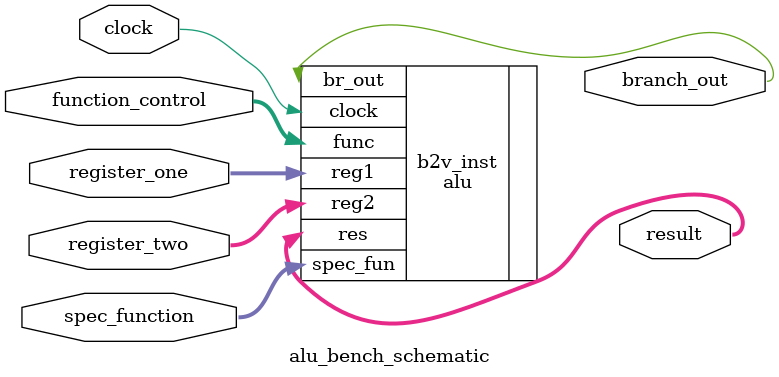
<source format=v>


module alu_bench_schematic(
	clock,
	function_control,
	register_one,
	register_two,
	spec_function,
	branch_out,
	result
);


input	clock;
input	[3:0] function_control;
input	[7:0] register_one;
input	[7:0] register_two;
input	[2:0] spec_function;
output	branch_out;
output	[7:0] result;






alu	b2v_inst(
	.clock(clock),
	.func(function_control),
	.reg1(register_one),
	.reg2(register_two),
	.spec_fun(spec_function),
	.br_out(branch_out),
	.res(result));


endmodule

</source>
